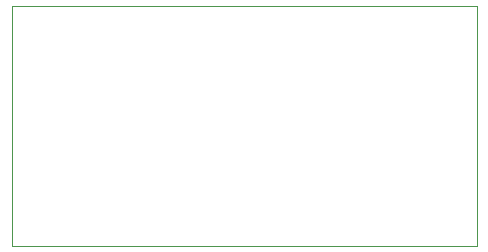
<source format=gbr>
%TF.GenerationSoftware,Altium Limited,Altium Designer,21.3.0 (21)*%
G04 Layer_Color=0*
%FSLAX45Y45*%
%MOMM*%
%TF.SameCoordinates,798F48EE-B9F3-42F3-8741-5E889E50E555*%
%TF.FilePolarity,Positive*%
%TF.FileFunction,Profile,NP*%
%TF.Part,Single*%
G01*
G75*
%TA.AperFunction,Profile*%
%ADD40C,0.02540*%
D40*
X22796500Y18796001D02*
Y20828000D01*
X26733499D01*
Y18796001D01*
X22796500D01*
%TF.MD5,45d90af26d166196aa0046e4e68dbf71*%
M02*

</source>
